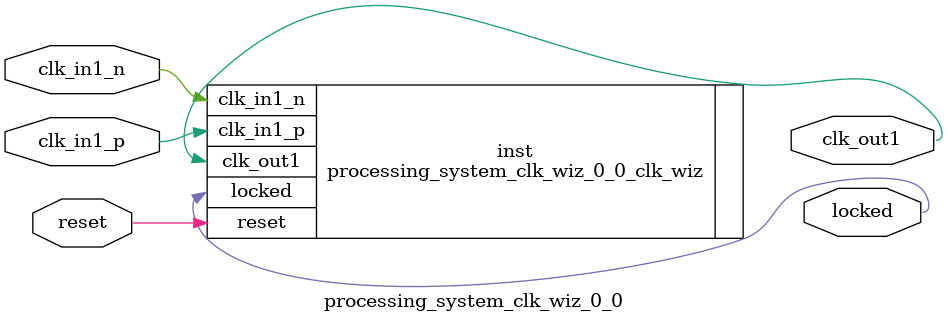
<source format=v>


`timescale 1ps/1ps

(* CORE_GENERATION_INFO = "processing_system_clk_wiz_0_0,clk_wiz_v6_0_9_0_0,{component_name=processing_system_clk_wiz_0_0,use_phase_alignment=true,use_min_o_jitter=false,use_max_i_jitter=false,use_dyn_phase_shift=false,use_inclk_switchover=false,use_dyn_reconfig=false,enable_axi=0,feedback_source=FDBK_AUTO,PRIMITIVE=MMCM,num_out_clk=1,clkin1_period=5.000,clkin2_period=10.0,use_power_down=false,use_reset=true,use_locked=true,use_inclk_stopped=false,feedback_type=SINGLE,CLOCK_MGR_TYPE=NA,manual_override=false}" *)

module processing_system_clk_wiz_0_0 
 (
  // Clock out ports
  output        clk_out1,
  // Status and control signals
  input         reset,
  output        locked,
 // Clock in ports
  input         clk_in1_p,
  input         clk_in1_n
 );

  processing_system_clk_wiz_0_0_clk_wiz inst
  (
  // Clock out ports  
  .clk_out1(clk_out1),
  // Status and control signals               
  .reset(reset), 
  .locked(locked),
 // Clock in ports
  .clk_in1_p(clk_in1_p),
  .clk_in1_n(clk_in1_n)
  );

endmodule

</source>
